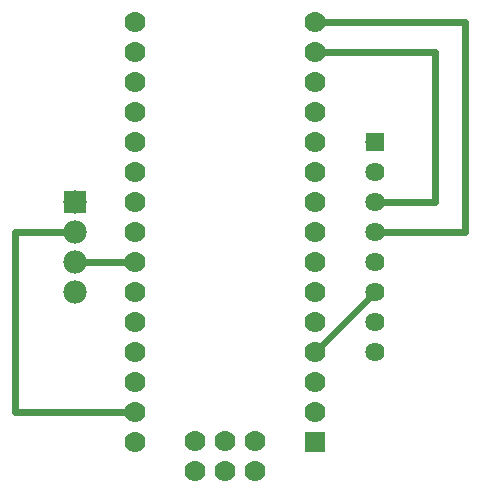
<source format=gbl>
G04 MADE WITH FRITZING*
G04 WWW.FRITZING.ORG*
G04 DOUBLE SIDED*
G04 HOLES PLATED*
G04 CONTOUR ON CENTER OF CONTOUR VECTOR*
%ASAXBY*%
%FSLAX23Y23*%
%MOIN*%
%OFA0B0*%
%SFA1.0B1.0*%
%ADD10C,0.064000*%
%ADD11C,0.070000*%
%ADD12C,0.078000*%
%ADD13R,0.064000X0.064000*%
%ADD14R,0.069958X0.070000*%
%ADD15R,0.077944X0.077986*%
%ADD16C,0.024000*%
%LNCOPPER0*%
G90*
G70*
G54D10*
X1291Y1153D03*
X1291Y1053D03*
X1291Y953D03*
X1291Y853D03*
X1291Y753D03*
X1291Y653D03*
X1291Y553D03*
X1291Y453D03*
G54D11*
X1091Y153D03*
X1091Y253D03*
X1091Y353D03*
X1091Y453D03*
X1091Y553D03*
X1091Y653D03*
X1091Y753D03*
X1091Y853D03*
X1091Y953D03*
X1091Y1053D03*
X1091Y1153D03*
X1091Y1253D03*
X1091Y1353D03*
X1091Y1453D03*
X1091Y1553D03*
X491Y153D03*
X491Y253D03*
X491Y353D03*
X491Y453D03*
X491Y553D03*
X491Y653D03*
X491Y753D03*
X491Y853D03*
X491Y953D03*
X491Y1053D03*
X491Y1153D03*
X491Y1253D03*
X491Y1353D03*
X491Y1453D03*
X491Y1553D03*
X891Y57D03*
X891Y157D03*
X790Y57D03*
X790Y157D03*
X690Y57D03*
X690Y157D03*
G54D12*
X291Y953D03*
X291Y853D03*
X291Y752D03*
X291Y652D03*
G54D13*
X1291Y1153D03*
G54D14*
X1091Y153D03*
G54D15*
X291Y953D03*
G54D16*
X90Y853D02*
X272Y853D01*
D02*
X90Y253D02*
X90Y853D01*
D02*
X473Y253D02*
X90Y253D01*
D02*
X473Y753D02*
X310Y752D01*
D02*
X1590Y1553D02*
X1590Y854D01*
D02*
X1590Y854D02*
X1311Y853D01*
D02*
X1109Y1553D02*
X1590Y1553D01*
D02*
X1491Y1452D02*
X1491Y953D01*
D02*
X1491Y953D02*
X1311Y953D01*
D02*
X1109Y1453D02*
X1491Y1452D01*
D02*
X1277Y638D02*
X1103Y465D01*
G04 End of Copper0*
M02*
</source>
